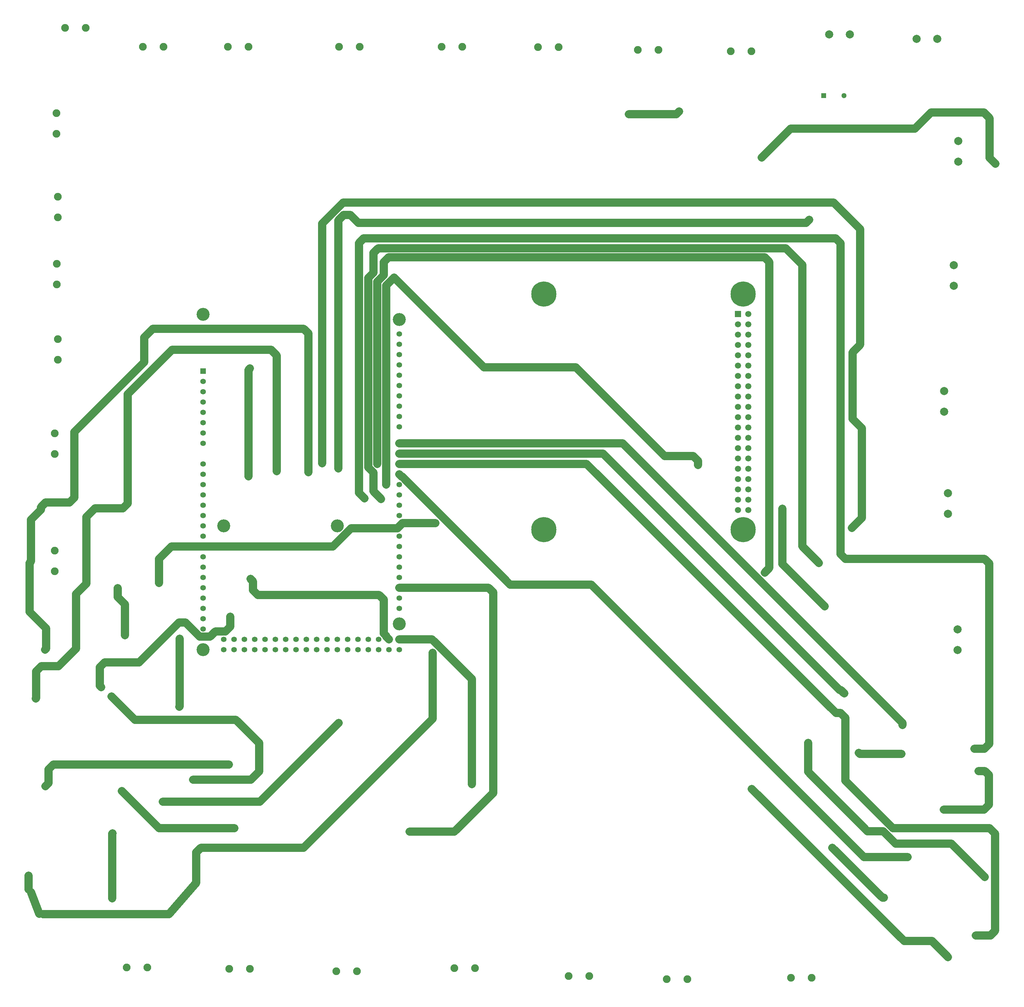
<source format=gbr>
%FSTAX25Y25*%
%MOIN*%
%SFA1B1*%

%IPPOS*%
%ADD19C,0.078740*%
%ADD21C,0.078740*%
%ADD22C,0.051181*%
%ADD23C,0.074803*%
%ADD24C,0.059842*%
%ADD25C,0.053543*%
%ADD26C,0.244094*%
%ADD27R,0.059842X0.059842*%
%ADD28R,0.053543X0.053543*%
%ADD29C,0.125984*%
%ADD30R,0.051181X0.051181*%
%ADD31C,0.050000*%
G54D19*
X0924015Y0067992D02*
X0938149D01*
X0942755Y0072598*
X0815511Y0144015D02*
X0857992D01*
X0922519Y0249015D02*
X0932401D01*
X0937007Y0253622*
Y0428385*
X0852992Y0272007D02*
Y0274015D01*
X0582007Y0545D02*
X0852992Y0274015D01*
X0926692Y0227204D02*
X0932677D01*
X0810511Y0245D02*
X0811496Y0244015D01*
X0852007*
X0833503Y0104488D02*
X0835D01*
X0785Y0152992D02*
X0833503Y0104488D01*
X0219488Y0615984D02*
X0220984Y0617519D01*
X0219488Y0512992D02*
Y0615984D01*
X0551496Y0407992D02*
X0815511Y0144015D01*
X0834133Y0169015D02*
X0846377Y0156732D01*
X0843503Y0172007D02*
X0937401D01*
X0819015Y0169015D02*
X0834133D01*
X0797519Y0217992D02*
X0843503Y0172007D01*
X0761496Y0226496D02*
X0819015Y0169015D01*
X0846377Y0156732D02*
X0900236D01*
X047311Y0407992D02*
X0551496D01*
X0707007Y021D02*
X0854488Y0062519D01*
X0547007Y0525D02*
X0788503Y0283503D01*
X0792874*
X0797519Y0278897*
X0892992Y019D02*
X0931889D01*
X0797519Y0217992D02*
Y0278897D01*
X0937401Y0172007D02*
X0942755Y0166614D01*
X0932401Y0432992D02*
X0937007Y0428385D01*
X0145511Y0635511D02*
X0241496D01*
X0755944Y0445039D02*
X0772007Y0429015D01*
X0792992Y0437598D02*
Y0738897D01*
X0797598Y0432992D02*
X0932401D01*
X0792992Y0437598D02*
X0797598Y0432992D01*
X0788385Y0743503D02*
X0792992Y0738897D01*
X0331102Y0743503D02*
X0788385D01*
X0118503Y064748D02*
X0127007Y0655984D01*
X0050984Y0555984D02*
X0118503Y0623503D01*
X0127007Y0655984D02*
X0272874D01*
X0118503Y0623503D02*
Y064748D01*
X010248Y059248D02*
X0145511Y0635511D01*
X0050984Y0492125D02*
Y0555984D01*
X010248Y0486614D02*
Y059248D01*
X0221496Y0413503D02*
X0224015Y0410984D01*
Y0402598D02*
Y0410984D01*
Y0402598D02*
X0228622Y0397992D01*
X0345905*
X0350511Y0393385*
Y036059D02*
Y0393385D01*
Y036059D02*
X0352992Y035811D01*
Y0357519D02*
Y035811D01*
Y0357519D02*
X0355511Y0355D01*
X0368779Y0467519D02*
X0400511D01*
X0363858Y0462598D02*
X0368779Y0467519D01*
X0145Y0445D02*
X0301377D01*
X0319015Y0462598D02*
X0363858D01*
X0301377Y0445D02*
X0319015Y0462598D01*
X0172362Y0357401D02*
X0182244D01*
X0152992Y029D02*
Y0355511D01*
X0182244Y0357401D02*
X018748Y0362598D01*
X0152125Y0371102D02*
X0158622D01*
X018748Y0362598D02*
X0197401D01*
X0158622Y0371102D02*
X0172362Y0357401D01*
X0113503Y0332519D02*
X0152125Y0371102D01*
X0202007Y0367204D02*
Y0377007D01*
X0197401Y0362598D02*
X0202007Y0367204D01*
X0326496Y0497007D02*
X0332007Y0491496D01*
X0340511Y0498503D02*
X0347992Y0490984D01*
X0326496Y0497007D02*
Y0738897D01*
X0352992Y0505D02*
Y0697992D01*
X0360511Y0705511*
X0447519Y0618503*
X0881496Y0062519D02*
X0897007Y0047007D01*
X0854488Y0062519D02*
X0881496D01*
X0942755Y0072598D02*
Y0166614D01*
X0936496Y0194606D02*
Y0223385D01*
X0931889Y019D02*
X0936496Y0194606D01*
X0932677Y0227204D02*
X0936496Y0223385D01*
X0655Y0524015D02*
Y0527874D01*
X0650393Y0532519D02*
X0655Y0527874D01*
X0622519Y0532519D02*
X0650393D01*
X0536496Y0618503D02*
X0622519Y0532519D01*
X0447519Y0618503D02*
X0536496D01*
X0340511Y0710275D02*
Y072937D01*
X0335472Y0521377D02*
Y0705236D01*
X0344251Y0525D02*
Y0701614D01*
X0340511Y0498503D02*
Y0516377D01*
X0335472Y0705236D02*
X0340511Y0710275D01*
X0335472Y0521377D02*
X0340511Y0516377D01*
X0350511Y0707874D02*
Y0720629D01*
X0344251Y0701614D02*
X0350511Y0707874D01*
X0900236Y0156732D02*
X093248Y0124488D01*
X0761496Y0226496D02*
Y0254488D01*
X0755944Y0445039D02*
Y0717952D01*
X0739881Y0734015D02*
X0755944Y0717952D01*
X0345118Y0734015D02*
X0739881D01*
X0340511Y072937D02*
X0345118Y0734015D01*
X0365511Y0545D02*
X0582007D01*
X0736496Y0427992D02*
X0777519Y0387007D01*
X0719488Y0725236D02*
X0724094Y0720629D01*
X0355118Y0725236D02*
X0719488D01*
X0724094Y0424094D02*
Y0720629D01*
X0350511D02*
X0355118Y0725236D01*
X0368622Y051248D02*
X047311Y0407992D01*
X0367992Y051248D02*
X0368622D01*
X0365511Y0515D02*
X0367992Y051248D01*
X0719685Y0419685D02*
X0724094Y0424094D01*
X0736496Y0427992D02*
Y0481496D01*
X0326496Y0738897D02*
X0331102Y0743503D01*
X0813503Y047248D02*
Y0559488D01*
X0804488Y0568503D02*
X0813503Y0559488D01*
X0804488Y0568503D02*
Y0632992D01*
X0804015Y0462992D02*
X0813503Y047248D01*
X0759488Y0758503D02*
X0762519Y0761496D01*
X0325984Y0758503D02*
X0759488D01*
X0318267Y076622D02*
X0325984Y0758503D01*
X0311732Y076622D02*
X0318267D01*
X0306496Y0760984D02*
X0311732Y076622D01*
X0306496Y0520511D02*
Y0760984D01*
X0311377Y0778267D02*
X0786141D01*
X0744488Y085D02*
X0865D01*
X0786141Y0778267D02*
X0812007Y0752401D01*
X0290984Y0525511D02*
Y0757874D01*
X0311377Y0778267*
X0277519Y0517007D02*
Y0651377D01*
X0804488Y0632992D02*
X0812007Y0640511D01*
Y0752401*
X0792992Y0305984D02*
X0796496Y030248D01*
X0792007Y0305984D02*
X0792992D01*
X0562992Y0535D02*
X0792007Y0305984D01*
X0456496Y0205984D02*
Y0400393D01*
X0419015Y0168503D02*
X0456496Y0205984D01*
X0375511Y0168503D02*
X0419015D01*
X0365511Y0405D02*
X0451889D01*
X0456496Y0400393*
X0435984Y0214488D02*
Y0316377D01*
X0397401Y0355D02*
X0435984Y0316377D01*
X0365511Y0355D02*
X0397401D01*
X0132992Y0432992D02*
X0145Y0445D01*
X0272874Y0655984D02*
X0277519Y0651377D01*
X0097874Y0482007D02*
X010248Y0486614D01*
X0241496Y0635511D02*
X0247007Y063D01*
Y0517992D02*
Y063D01*
X0046377Y048748D02*
X0050984Y0492125D01*
X0365511Y0525D02*
X0547007D01*
X0365511Y0535D02*
X0562992D01*
X0634015Y0864015D02*
X0636496Y0866496D01*
X0587992Y0864015D02*
X0634015D01*
X020744Y0276929D02*
X023Y025437D01*
Y0227007D02*
Y025437D01*
X0222007Y0219015D02*
X023Y0227007D01*
X0109566Y0276929D02*
X020744D01*
X0165984Y0219015D02*
X0222007D01*
X0092992Y0395984D02*
Y0404488D01*
Y0395984D02*
X01Y0389015D01*
Y0359015D02*
Y0389015D01*
X0087519Y0166496D02*
X0087992Y0167007D01*
X0087519Y0104015D02*
Y0166496D01*
X0087007Y0299488D02*
X0109566Y0276929D01*
X0013503Y0297519D02*
X0014015Y0297992D01*
Y0324015*
X0019015Y0329015*
X0035511*
X0022519Y0345D02*
X0023503Y0345984D01*
X0052519D02*
Y0399015D01*
X0035511Y0329015D02*
X0052519Y0345984D01*
X0023503D02*
Y0365511D01*
X000748Y0381496D02*
X0023503Y0365511D01*
X000748Y0381496D02*
Y0429015D01*
X0009015Y0430511*
Y0470984*
X0018503Y0480511*
Y0482874*
X002311Y048748*
X0046377*
X0052519Y0399015D02*
X0062519Y0409015D01*
Y0473503*
X0070984Y0482007*
X0097874*
X0075511Y031D02*
Y0327874D01*
Y031D02*
X0077007Y0308503D01*
X0080118Y0332519D02*
X0113503D01*
X0075511Y0327874D02*
X0080118Y0332519D01*
X0152519Y0289488D02*
X0152992Y029D01*
X0097007Y0207992D02*
X0132992Y0172007D01*
X0205984*
X0025984Y0215511D02*
Y0228897D01*
X0022992Y021248D02*
X0025984Y0215511D01*
X0132992Y0409488D02*
Y0432992D01*
X0025984Y0228897D02*
X0030629Y0233503D01*
X0200511*
X0136496Y0197519D02*
X0230511D01*
X0307007Y0274015*
X0006496Y0112519D02*
Y0125984D01*
X0009015Y011D02*
X0017007Y0089015D01*
X0020511Y0088503D02*
X014248D01*
X0169015Y0119015*
Y0148385*
X0173622Y0152992*
X0272992*
X0397992Y0277992*
Y0342007*
X0716496Y0822007D02*
X0744488Y085D01*
X093744Y0821574D02*
X0942992Y0815984D01*
X093744Y0821574D02*
Y085996D01*
X0931889Y0865511D02*
X093744Y085996D01*
X0880511Y0865511D02*
X0931889D01*
X0865Y085D02*
X0880511Y0865511D01*
G54D21*
X0866496Y0936771D03*
X0782007Y0941299D03*
X0907007Y0837992D03*
X0902519Y071748D03*
X0893307Y0595511D03*
X0897007Y0496496D03*
X0906299Y0364488D03*
X0897007Y0476496D03*
X0906299Y0344488D03*
X0802007Y0941299D03*
X0886496Y0936771D03*
X0907007Y0817992D03*
X0902519Y069748D03*
X0893307Y0575511D03*
G54D22*
X0796338Y0882007D03*
G54D23*
X0686653Y0924803D03*
X0596653Y0926299D03*
X05Y0929015D03*
X0765Y0027007D03*
X0644488Y0025511D03*
X0549488Y0028503D03*
X0439015Y003622D03*
X0406653Y0929291D03*
X0307165D03*
X0199645D03*
X0117165D03*
X0062007Y094748D03*
X0033503Y0845D03*
X0035Y0764015D03*
X0033937Y0699015D03*
X0034921Y0625984D03*
X0324488Y0033228D03*
X0220984Y0035511D03*
X0121496Y0037007D03*
X0032007Y0534488D03*
Y0420984D03*
X0101496Y0037007D03*
X0200984Y0035511D03*
X0304488Y0033228D03*
X0419015Y003622D03*
X0529488Y0028503D03*
X0624488Y0025511D03*
X0745Y0027007D03*
X0616653Y0926299D03*
X0219645Y0929291D03*
X0137165D03*
X0327165D03*
X0426653D03*
X052Y0929015D03*
X0706653Y0924803D03*
X0032007Y0440984D03*
X0042007Y094748D03*
X0033503Y0865D03*
X0035Y0784015D03*
X0032007Y0554488D03*
X0033937Y0719015D03*
X0034921Y0645984D03*
G54D24*
X0693464Y0480354D03*
Y0660354D03*
Y0650354D03*
Y0640354D03*
Y0630354D03*
Y0620354D03*
X0703464Y0670354D03*
Y0660354D03*
Y0650354D03*
Y0640354D03*
Y0630354D03*
Y0620354D03*
X0693464Y0610354D03*
X0703464D03*
X0693464Y0600354D03*
Y0590354D03*
Y0580354D03*
Y0570354D03*
Y0560354D03*
Y0550354D03*
X0703464Y0600354D03*
Y0590354D03*
Y0580354D03*
Y0570354D03*
Y0560354D03*
Y0550354D03*
X0693464Y0540354D03*
X0703464D03*
X0693464Y0530354D03*
Y0520354D03*
Y0510354D03*
Y0500354D03*
Y0490354D03*
X0703464Y0530354D03*
Y0520354D03*
Y0510354D03*
Y0500354D03*
Y0490354D03*
Y0480354D03*
G54D25*
X0195511Y0345D03*
X0295511Y0355D03*
X0305511D03*
X0365511Y0535D03*
X0265511Y0355D03*
X0325511D03*
X0365511Y0545D03*
X0175511Y0605D03*
Y0595D03*
Y0585D03*
Y0575D03*
Y0565D03*
Y0555D03*
Y0545D03*
Y0525D03*
Y0515D03*
Y0505D03*
Y0495D03*
Y0485D03*
Y0475D03*
Y0465D03*
Y0455D03*
Y0435D03*
Y0425D03*
Y0415D03*
Y0405D03*
Y0395D03*
Y0385D03*
Y0375D03*
Y0365D03*
X0195511Y0355D03*
X0205511Y0345D03*
Y0355D03*
X0215511Y0345D03*
Y0355D03*
X0225511Y0345D03*
Y0355D03*
X0235511D03*
Y0345D03*
X0245511Y0355D03*
Y0345D03*
X0255511Y0355D03*
Y0345D03*
X0265511D03*
X0275511Y0355D03*
Y0345D03*
X0285511Y0355D03*
Y0345D03*
X0295511D03*
X0305511D03*
X0315511Y0355D03*
Y0345D03*
X0325511D03*
X0335511Y0355D03*
Y0345D03*
X0345511Y0355D03*
Y0345D03*
X0355511Y0355D03*
Y0345D03*
X0365511Y0355D03*
Y0345D03*
Y0385D03*
Y0395D03*
Y0405D03*
Y0415D03*
Y0425D03*
Y0435D03*
Y0445D03*
Y0455D03*
Y0475D03*
Y0485D03*
Y0495D03*
Y0505D03*
Y0515D03*
Y0525D03*
Y0560984D03*
Y0570984D03*
Y0580984D03*
Y0590984D03*
Y0600984D03*
Y0610984D03*
Y0620984D03*
Y0630984D03*
Y0640984D03*
Y0650984D03*
G54D26*
X0505551Y0689527D03*
Y0461181D03*
X0698464D03*
Y0689527D03*
G54D27*
X0693464Y0670354D03*
G54D28*
X0175511Y0615D03*
G54D29*
X0175511Y067D03*
X0195511Y0465D03*
X0305511D03*
X0365511Y0665D03*
X0175511Y0345D03*
X0365511Y037D03*
G54D30*
X0776653Y0882007D03*
G54D31*
X0924015Y0067992D03*
X0857992Y0144015D03*
X0926692Y0227204D03*
X0922519Y0249015D03*
X0852992Y0272007D03*
X0852007Y0244015D03*
X0835Y0104488D03*
X0785Y0152992D03*
X0220984Y0617519D03*
X0219488Y0512992D03*
X0892992Y019D03*
X0772007Y0429015D03*
X0221496Y0413503D03*
X0152992Y0355511D03*
X0347992Y0490984D03*
X0332007Y0491496D03*
X0352992Y0505D03*
X0897007Y0047007D03*
X0707007Y021D03*
X0655Y0524015D03*
X0344251Y0525D03*
X0932992Y0125511D03*
X0761496Y0254488D03*
X0719685Y0419685D03*
X0736496Y0481496D03*
X0777519Y0387007D03*
X0762519Y0761496D03*
X0306496Y0520511D03*
X0277519Y0517007D03*
X0810511Y0245D03*
X0804015Y0462992D03*
X0290984Y0525511D03*
X0796496Y030248D03*
X0435984Y0214488D03*
X0400511Y0467519D03*
X0636496Y0866496D03*
X0587992Y0864015D03*
X0165984Y0219015D03*
X0092992Y0404488D03*
X01Y0359015D03*
X0087007Y0299488D03*
X0087992Y0167007D03*
X0087519Y0104015D03*
X0013503Y0297519D03*
X0022519Y0345D03*
X0247007Y0517992D03*
X0202007Y0377007D03*
X0077007Y0308503D03*
X0152519Y0289488D03*
X0097007Y0207992D03*
X0205984Y0172007D03*
X0375511Y0168503D03*
X0022992Y021248D03*
X0132992Y0409488D03*
X0136496Y0197519D03*
X0307007Y0274015D03*
X0200511Y0233503D03*
X0006496Y0125984D03*
X0397992Y0342007D03*
X0716496Y0822007D03*
X0942992Y0815984D03*
X0865Y085D03*
M02*
</source>
